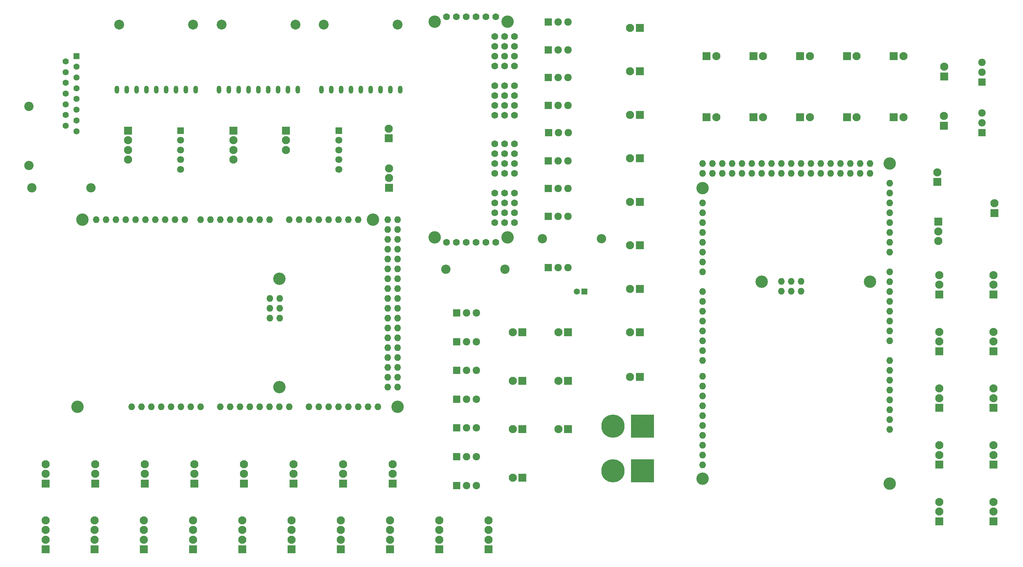
<source format=gbr>
%TF.GenerationSoftware,KiCad,Pcbnew,(6.0.7)*%
%TF.CreationDate,2022-09-16T11:30:14+01:00*%
%TF.ProjectId,SCU rig control,53435520-7269-4672-9063-6f6e74726f6c,rev?*%
%TF.SameCoordinates,Original*%
%TF.FileFunction,Soldermask,Bot*%
%TF.FilePolarity,Negative*%
%FSLAX46Y46*%
G04 Gerber Fmt 4.6, Leading zero omitted, Abs format (unit mm)*
G04 Created by KiCad (PCBNEW (6.0.7)) date 2022-09-16 11:30:14*
%MOMM*%
%LPD*%
G01*
G04 APERTURE LIST*
%ADD10C,2.540000*%
%ADD11O,1.200000X2.000000*%
%ADD12R,2.100000X2.100000*%
%ADD13C,2.100000*%
%ADD14R,5.999480X5.999480*%
%ADD15C,5.999480*%
%ADD16R,1.800000X1.800000*%
%ADD17C,1.800000*%
%ADD18R,1.600000X1.600000*%
%ADD19C,1.600000*%
%ADD20C,3.200000*%
%ADD21O,1.727200X1.727200*%
%ADD22R,1.920000X1.920000*%
%ADD23C,1.920000*%
%ADD24C,2.400000*%
%ADD25O,2.400000X2.400000*%
%ADD26C,1.778000*%
G04 APERTURE END LIST*
D10*
X116090000Y-19696000D03*
X97040000Y-19696000D03*
D11*
X96405000Y-36460000D03*
X98945000Y-36460000D03*
X101485000Y-36460000D03*
X104025000Y-36460000D03*
X106565000Y-36460000D03*
X109105000Y-36460000D03*
X111645000Y-36460000D03*
X114185000Y-36460000D03*
X116725000Y-36460000D03*
D10*
X89715000Y-19696000D03*
X70665000Y-19696000D03*
D11*
X70030000Y-36460000D03*
X72570000Y-36460000D03*
X75110000Y-36460000D03*
X77650000Y-36460000D03*
X80190000Y-36460000D03*
X82730000Y-36460000D03*
X85270000Y-36460000D03*
X87810000Y-36460000D03*
X90350000Y-36460000D03*
D10*
X63340000Y-19696000D03*
X44290000Y-19696000D03*
D11*
X43655000Y-36460000D03*
X46195000Y-36460000D03*
X48735000Y-36460000D03*
X51275000Y-36460000D03*
X53815000Y-36460000D03*
X56355000Y-36460000D03*
X58895000Y-36460000D03*
X61435000Y-36460000D03*
X63975000Y-36460000D03*
D12*
X46500000Y-47000000D03*
D13*
X46500000Y-49500000D03*
X46500000Y-52000000D03*
X46500000Y-54500000D03*
D12*
X25250000Y-155000000D03*
D13*
X25250000Y-152500000D03*
X25250000Y-150000000D03*
X25250000Y-147500000D03*
D12*
X50638900Y-155000000D03*
D13*
X50638900Y-152500000D03*
X50638900Y-150000000D03*
X50638900Y-147500000D03*
D12*
X76027800Y-155000000D03*
D13*
X76027800Y-152500000D03*
X76027800Y-150000000D03*
X76027800Y-147500000D03*
D12*
X101417000Y-155000000D03*
D13*
X101417000Y-152500000D03*
X101417000Y-150000000D03*
X101417000Y-147500000D03*
D12*
X126806000Y-155000000D03*
D13*
X126806000Y-152500000D03*
X126806000Y-150000000D03*
X126806000Y-147500000D03*
D12*
X25250000Y-138000000D03*
D13*
X25250000Y-135500000D03*
X25250000Y-133000000D03*
D12*
X50821400Y-138000000D03*
D13*
X50821400Y-135500000D03*
X50821400Y-133000000D03*
D12*
X76392900Y-138000000D03*
D13*
X76392900Y-135500000D03*
X76392900Y-133000000D03*
D12*
X101964000Y-138000000D03*
D13*
X101964000Y-135500000D03*
X101964000Y-133000000D03*
D12*
X113750000Y-49000000D03*
D13*
X113750000Y-46500000D03*
D14*
X179250000Y-134750000D03*
D15*
X171630000Y-134750000D03*
D14*
X179250000Y-123250000D03*
D15*
X171630000Y-123250000D03*
D12*
X37944400Y-155000000D03*
D13*
X37944400Y-152500000D03*
X37944400Y-150000000D03*
X37944400Y-147500000D03*
D12*
X63333300Y-155000000D03*
D13*
X63333300Y-152500000D03*
X63333300Y-150000000D03*
X63333300Y-147500000D03*
D12*
X88722200Y-155000000D03*
D13*
X88722200Y-152500000D03*
X88722200Y-150000000D03*
X88722200Y-147500000D03*
D12*
X114111000Y-155000000D03*
D13*
X114111000Y-152500000D03*
X114111000Y-150000000D03*
X114111000Y-147500000D03*
D12*
X139500000Y-155000000D03*
D13*
X139500000Y-152500000D03*
X139500000Y-150000000D03*
X139500000Y-147500000D03*
D12*
X38035700Y-138000000D03*
D13*
X38035700Y-135500000D03*
X38035700Y-133000000D03*
D12*
X63607100Y-138000000D03*
D13*
X63607100Y-135500000D03*
X63607100Y-133000000D03*
D12*
X89178600Y-138000000D03*
D13*
X89178600Y-135500000D03*
X89178600Y-133000000D03*
D12*
X114750000Y-138000000D03*
D13*
X114750000Y-135500000D03*
X114750000Y-133000000D03*
D16*
X60075000Y-47000000D03*
D17*
X60075000Y-49500000D03*
X60075000Y-52000000D03*
X60075000Y-54500000D03*
X60075000Y-57000000D03*
D16*
X100875000Y-47000000D03*
D17*
X100875000Y-49500000D03*
X100875000Y-52000000D03*
X100875000Y-54500000D03*
X100875000Y-57000000D03*
D12*
X87300000Y-47000000D03*
D13*
X87300000Y-49500000D03*
X87300000Y-52000000D03*
D12*
X73700000Y-47000000D03*
D13*
X73700000Y-49500000D03*
X73700000Y-52000000D03*
X73700000Y-54500000D03*
D18*
X33250000Y-27750000D03*
D19*
X33250000Y-30520000D03*
X33250000Y-33290000D03*
X33250000Y-36060000D03*
X33250000Y-38830000D03*
X33250000Y-41600000D03*
X33250000Y-44370000D03*
X33250000Y-47140000D03*
X30410000Y-29135000D03*
X30410000Y-31905000D03*
X30410000Y-34675000D03*
X30410000Y-37445000D03*
X30410000Y-40215000D03*
X30410000Y-42985000D03*
X30410000Y-45755000D03*
D12*
X148250000Y-111500000D03*
D13*
X145750000Y-111500000D03*
D12*
X148250000Y-99000000D03*
D13*
X145750000Y-99000000D03*
D12*
X178500000Y-99003900D03*
D13*
X176000000Y-99003900D03*
D12*
X160000000Y-99000000D03*
D13*
X157500000Y-99000000D03*
D12*
X148250000Y-136500000D03*
D13*
X145750000Y-136500000D03*
D12*
X148250000Y-124000000D03*
D13*
X145750000Y-124000000D03*
D12*
X160000000Y-111500000D03*
D13*
X157500000Y-111500000D03*
D12*
X160000000Y-124000000D03*
D13*
X157500000Y-124000000D03*
D12*
X178500000Y-20500000D03*
D13*
X176000000Y-20500000D03*
D12*
X178500000Y-54144500D03*
D13*
X176000000Y-54144500D03*
D12*
X178500000Y-87789100D03*
D13*
X176000000Y-87789100D03*
D12*
X178500000Y-31714800D03*
D13*
X176000000Y-31714800D03*
D12*
X178500000Y-65359400D03*
D13*
X176000000Y-65359400D03*
D12*
X178500000Y-110500000D03*
D13*
X176000000Y-110500000D03*
D12*
X178500000Y-42929700D03*
D13*
X176000000Y-42929700D03*
D12*
X178500000Y-76574200D03*
D13*
X176000000Y-76574200D03*
D20*
X109670000Y-69950000D03*
X33470000Y-118210000D03*
X85540000Y-85190000D03*
D21*
X47440000Y-118210000D03*
D20*
X85540000Y-113130000D03*
X116020000Y-118210000D03*
X34740000Y-69950000D03*
D21*
X55060000Y-118210000D03*
X57600000Y-118210000D03*
X85667000Y-90270000D03*
X113480000Y-69950000D03*
X116020000Y-69950000D03*
X70300000Y-118210000D03*
X72840000Y-118210000D03*
X75380000Y-118210000D03*
X77920000Y-118210000D03*
X80460000Y-118210000D03*
X83000000Y-118210000D03*
X85540000Y-118210000D03*
X88080000Y-118210000D03*
X93160000Y-118210000D03*
X95700000Y-118210000D03*
X98240000Y-118210000D03*
X100780000Y-118210000D03*
X103320000Y-118210000D03*
X105860000Y-118210000D03*
X108400000Y-118210000D03*
X110940000Y-118210000D03*
X43376000Y-69950000D03*
X83000000Y-69950000D03*
X80460000Y-69950000D03*
X77920000Y-69950000D03*
X75380000Y-69950000D03*
X72840000Y-69950000D03*
X70300000Y-69950000D03*
X67760000Y-69950000D03*
X65220000Y-69950000D03*
X61156000Y-69950000D03*
X58616000Y-69950000D03*
X56076000Y-69950000D03*
X53536000Y-69950000D03*
X50996000Y-69950000D03*
X48456000Y-69950000D03*
X88080000Y-69950000D03*
X90620000Y-69950000D03*
X93160000Y-69950000D03*
X95700000Y-69950000D03*
X98240000Y-69950000D03*
X100780000Y-69950000D03*
X103320000Y-69950000D03*
X105860000Y-69950000D03*
X113480000Y-72490000D03*
X116020000Y-72490000D03*
X113480000Y-75030000D03*
X116020000Y-75030000D03*
X113480000Y-77570000D03*
X116020000Y-77570000D03*
X113480000Y-80110000D03*
X116020000Y-80110000D03*
X113480000Y-82650000D03*
X116020000Y-82650000D03*
X113480000Y-85190000D03*
X116020000Y-85190000D03*
X113480000Y-87730000D03*
X116020000Y-87730000D03*
X113480000Y-90270000D03*
X116020000Y-90270000D03*
X113480000Y-92810000D03*
X116020000Y-92810000D03*
X113480000Y-95350000D03*
X116020000Y-95350000D03*
X113480000Y-97890000D03*
X116020000Y-97890000D03*
X113480000Y-100430000D03*
X116020000Y-100430000D03*
X113480000Y-102970000D03*
X116020000Y-102970000D03*
X113480000Y-105510000D03*
X116020000Y-105510000D03*
X113480000Y-108050000D03*
X116020000Y-108050000D03*
X113480000Y-110590000D03*
X116020000Y-110590000D03*
X45916000Y-69950000D03*
X60140000Y-118210000D03*
X62680000Y-118210000D03*
X85667000Y-95350000D03*
X113480000Y-113130000D03*
X116020000Y-113130000D03*
X49980000Y-118210000D03*
X83127000Y-90270000D03*
X85667000Y-92810000D03*
X52520000Y-118210000D03*
X83127000Y-95350000D03*
X83127000Y-92810000D03*
X38296000Y-69950000D03*
X40836000Y-69950000D03*
X65220000Y-118210000D03*
D22*
X131250000Y-116250000D03*
D23*
X133790000Y-116250000D03*
X136330000Y-116250000D03*
D22*
X131250000Y-94000000D03*
D23*
X133790000Y-94000000D03*
X136330000Y-94000000D03*
D22*
X154920000Y-69096700D03*
D23*
X157460000Y-69096700D03*
X160000000Y-69096700D03*
D22*
X131250000Y-101417000D03*
D23*
X133790000Y-101417000D03*
X136330000Y-101417000D03*
D22*
X131250000Y-138500000D03*
D23*
X133790000Y-138500000D03*
X136330000Y-138500000D03*
D22*
X131250000Y-131083000D03*
D23*
X133790000Y-131083000D03*
X136330000Y-131083000D03*
D22*
X131250000Y-108833000D03*
D23*
X133790000Y-108833000D03*
X136330000Y-108833000D03*
D22*
X131250000Y-123667000D03*
D23*
X133790000Y-123667000D03*
X136330000Y-123667000D03*
D22*
X154920000Y-19000000D03*
D23*
X157460000Y-19000000D03*
X160000000Y-19000000D03*
D22*
X154920000Y-40470000D03*
D23*
X157460000Y-40470000D03*
X160000000Y-40470000D03*
D22*
X154920000Y-61940000D03*
D23*
X157460000Y-61940000D03*
X160000000Y-61940000D03*
D22*
X154920000Y-26156700D03*
D23*
X157460000Y-26156700D03*
X160000000Y-26156700D03*
D22*
X155000000Y-47500000D03*
D23*
X157540000Y-47500000D03*
X160080000Y-47500000D03*
D22*
X154920000Y-82320000D03*
D23*
X157460000Y-82320000D03*
X160000000Y-82320000D03*
D22*
X154920000Y-33313300D03*
D23*
X157460000Y-33313300D03*
X160000000Y-33313300D03*
D22*
X154920000Y-54783300D03*
D23*
X157460000Y-54783300D03*
X160000000Y-54783300D03*
D24*
X21750000Y-61750000D03*
D25*
X36990000Y-61750000D03*
D24*
X21000000Y-40750000D03*
D25*
X21000000Y-55990000D03*
D24*
X153390000Y-74858300D03*
D25*
X168630000Y-74858300D03*
D26*
X141096000Y-70753000D03*
X141096000Y-68213000D03*
X141096000Y-65673000D03*
X141096000Y-63133000D03*
X141096000Y-58053000D03*
X141096000Y-55513000D03*
X141096000Y-52973000D03*
X141096000Y-50433000D03*
X141096000Y-43067000D03*
X141096000Y-40527000D03*
X141096000Y-37987000D03*
X141096000Y-35447000D03*
X141096000Y-30367000D03*
X141096000Y-27827000D03*
X141096000Y-25287000D03*
X141096000Y-22747000D03*
X128650000Y-75833000D03*
X128650000Y-17667000D03*
X146176000Y-70753000D03*
X146176000Y-68213000D03*
X146176000Y-65673000D03*
X146176000Y-63133000D03*
X146176000Y-58053000D03*
X146176000Y-55513000D03*
X146176000Y-52973000D03*
X146176000Y-50433000D03*
X146176000Y-43067000D03*
X146176000Y-40527000D03*
X146176000Y-37987000D03*
X146176000Y-35447000D03*
X146176000Y-30367000D03*
X146176000Y-27827000D03*
X146176000Y-25287000D03*
X146176000Y-22747000D03*
X131190000Y-75833000D03*
X131190000Y-17667000D03*
D20*
X125602000Y-74563000D03*
X125602000Y-18937000D03*
X144398000Y-74563000D03*
X144398000Y-18937000D03*
D26*
X133730000Y-75833000D03*
X133730000Y-17667000D03*
X136270000Y-75833000D03*
X136270000Y-17667000D03*
X141350000Y-75833000D03*
X141350000Y-17667000D03*
X143636000Y-70753000D03*
X143636000Y-68213000D03*
X143636000Y-65673000D03*
X143636000Y-63133000D03*
X143636000Y-58053000D03*
X143636000Y-55513000D03*
X143636000Y-52973000D03*
X143636000Y-50433000D03*
X143636000Y-43067000D03*
X143636000Y-40527000D03*
X143636000Y-37987000D03*
X143636000Y-35447000D03*
X143636000Y-30367000D03*
X143636000Y-27827000D03*
X143636000Y-25287000D03*
X143636000Y-22747000D03*
X138810000Y-75833000D03*
X138810000Y-17667000D03*
D18*
X164250000Y-88500000D03*
D19*
X162250000Y-88500000D03*
D12*
X255750000Y-147750000D03*
D13*
X255750000Y-145250000D03*
X255750000Y-142750000D03*
D12*
X255750000Y-133125000D03*
D13*
X255750000Y-130625000D03*
X255750000Y-128125000D03*
D12*
X255750000Y-118500000D03*
D13*
X255750000Y-116000000D03*
X255750000Y-113500000D03*
D12*
X255750000Y-103875000D03*
D13*
X255750000Y-101375000D03*
X255750000Y-98875000D03*
D12*
X255750000Y-89250000D03*
D13*
X255750000Y-86750000D03*
X255750000Y-84250000D03*
D12*
X244000000Y-43500000D03*
D13*
X246500000Y-43500000D03*
D12*
X244000000Y-27750000D03*
D13*
X246500000Y-27750000D03*
D12*
X231937500Y-43500000D03*
D13*
X234437500Y-43500000D03*
D12*
X231937500Y-27750000D03*
D13*
X234437500Y-27750000D03*
D12*
X219875000Y-43500000D03*
D13*
X222375000Y-43500000D03*
D12*
X219875000Y-27750000D03*
D13*
X222375000Y-27750000D03*
D12*
X207812500Y-43500000D03*
D13*
X210312500Y-43500000D03*
D12*
X207812500Y-27750000D03*
D13*
X210312500Y-27750000D03*
D12*
X195750000Y-43500000D03*
D13*
X198250000Y-43500000D03*
D12*
X195750000Y-27750000D03*
D13*
X198250000Y-27750000D03*
D12*
X269750000Y-147750000D03*
D13*
X269750000Y-145250000D03*
X269750000Y-142750000D03*
D12*
X269750000Y-133125000D03*
D13*
X269750000Y-130625000D03*
X269750000Y-128125000D03*
D12*
X269750000Y-118500000D03*
D13*
X269750000Y-116000000D03*
X269750000Y-113500000D03*
D12*
X269750000Y-103875000D03*
D13*
X269750000Y-101375000D03*
X269750000Y-98875000D03*
D12*
X269750000Y-89250000D03*
D13*
X269750000Y-86750000D03*
X269750000Y-84250000D03*
D12*
X255500000Y-70500000D03*
D13*
X255500000Y-73000000D03*
X255500000Y-75500000D03*
D12*
X257000000Y-33000000D03*
D13*
X257000000Y-30500000D03*
D12*
X256960000Y-45725000D03*
D13*
X256960000Y-43225000D03*
D22*
X266750000Y-34500000D03*
D23*
X266750000Y-31960000D03*
X266750000Y-29420000D03*
D22*
X266750000Y-47500000D03*
D23*
X266750000Y-44960000D03*
X266750000Y-42420000D03*
D20*
X209940000Y-85960000D03*
D21*
X242960000Y-124060000D03*
D20*
X237880000Y-85960000D03*
X242960000Y-55480000D03*
X194700000Y-61830000D03*
X242960000Y-138030000D03*
X194700000Y-136760000D03*
D21*
X242960000Y-116440000D03*
X242960000Y-113900000D03*
X215020000Y-85833000D03*
X194700000Y-58020000D03*
X194700000Y-55480000D03*
X242960000Y-101200000D03*
X242960000Y-98660000D03*
X242960000Y-96120000D03*
X242960000Y-93580000D03*
X242960000Y-91040000D03*
X242960000Y-88500000D03*
X242960000Y-85960000D03*
X242960000Y-83420000D03*
X242960000Y-78340000D03*
X242960000Y-75800000D03*
X242960000Y-73260000D03*
X242960000Y-70720000D03*
X242960000Y-68180000D03*
X242960000Y-65640000D03*
X242960000Y-63100000D03*
X242960000Y-60560000D03*
X194700000Y-128124000D03*
X194700000Y-88500000D03*
X194700000Y-91040000D03*
X194700000Y-93580000D03*
X194700000Y-96120000D03*
X194700000Y-98660000D03*
X194700000Y-101200000D03*
X194700000Y-103740000D03*
X194700000Y-106280000D03*
X194700000Y-110344000D03*
X194700000Y-112884000D03*
X194700000Y-115424000D03*
X194700000Y-117964000D03*
X194700000Y-120504000D03*
X194700000Y-123044000D03*
X194700000Y-83420000D03*
X194700000Y-80880000D03*
X194700000Y-78340000D03*
X194700000Y-75800000D03*
X194700000Y-73260000D03*
X194700000Y-70720000D03*
X194700000Y-68180000D03*
X194700000Y-65640000D03*
X197240000Y-58020000D03*
X197240000Y-55480000D03*
X199780000Y-58020000D03*
X199780000Y-55480000D03*
X202320000Y-58020000D03*
X202320000Y-55480000D03*
X204860000Y-58020000D03*
X204860000Y-55480000D03*
X207400000Y-58020000D03*
X207400000Y-55480000D03*
X209940000Y-58020000D03*
X209940000Y-55480000D03*
X212480000Y-58020000D03*
X212480000Y-55480000D03*
X215020000Y-58020000D03*
X215020000Y-55480000D03*
X217560000Y-58020000D03*
X217560000Y-55480000D03*
X220100000Y-58020000D03*
X220100000Y-55480000D03*
X222640000Y-58020000D03*
X222640000Y-55480000D03*
X225180000Y-58020000D03*
X225180000Y-55480000D03*
X227720000Y-58020000D03*
X227720000Y-55480000D03*
X230260000Y-58020000D03*
X230260000Y-55480000D03*
X232800000Y-58020000D03*
X232800000Y-55480000D03*
X235340000Y-58020000D03*
X235340000Y-55480000D03*
X194700000Y-125584000D03*
X242960000Y-111360000D03*
X242960000Y-108820000D03*
X220100000Y-85833000D03*
X237880000Y-58020000D03*
X237880000Y-55480000D03*
X242960000Y-121520000D03*
X215020000Y-88373000D03*
X217560000Y-85833000D03*
X242960000Y-118980000D03*
X220100000Y-88373000D03*
X217560000Y-88373000D03*
X194700000Y-133204000D03*
X194700000Y-130664000D03*
X242960000Y-106280000D03*
D12*
X255250000Y-60250000D03*
D13*
X255250000Y-57750000D03*
D12*
X270000000Y-68250000D03*
D13*
X270000000Y-65750000D03*
D12*
X113825000Y-61725000D03*
D13*
X113825000Y-59225000D03*
X113825000Y-56725000D03*
D24*
X143750000Y-82750000D03*
D25*
X128510000Y-82750000D03*
M02*

</source>
